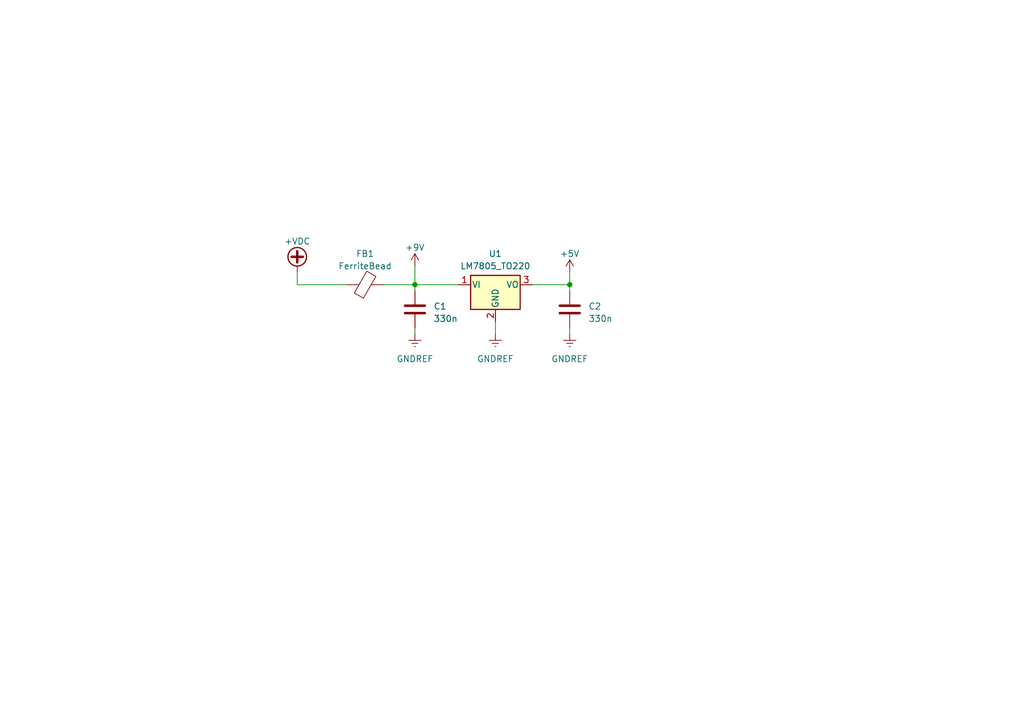
<source format=kicad_sch>
(kicad_sch (version 20230121) (generator eeschema)
  (paper "A5")
  (title_block (title "Napajanje krmilnika"))
  (lib_symbols
    (symbol "Device:C" (pin_numbers hide) (pin_names (offset 0.254))
      (property "Reference" "C" (at 0.635 2.54 0))
      (property "Value" "C" (at 0.635 -2.54 0))
      (symbol "C_0_1"
        (polyline (pts (xy -2.032 -0.762) (xy 2.032 -0.762)) (stroke (width 0.508)))
        (polyline (pts (xy -2.032 0.762) (xy 2.032 0.762)) (stroke (width 0.508)))
      )
      (symbol "C_1_1"
        (pin passive line (at 0 3.81 270) (length 2.794) (name "~") (number "1"))
        (pin passive line (at 0 -3.81 90) (length 2.794) (name "~") (number "2"))
      )
    )
    (symbol "Device:FerriteBead" (pin_numbers hide) (pin_names (offset 0))
      (property "Reference" "FB" (at -3.81 0.635 90))
      (property "Value" "FerriteBead" (at 3.81 0 90))
      (symbol "FerriteBead_0_1"
        (polyline (pts (xy 0 -1.27) (xy 0 -1.2192)))
        (polyline (pts (xy 0 1.27) (xy 0 1.2954)))
        (polyline (pts (xy -2.7686 0.4064) (xy -1.7018 2.2606) (xy 2.7686 -0.3048) (xy 1.6764 -2.159) (xy -2.7686 0.4064)))
      )
      (symbol "FerriteBead_1_1"
        (pin passive line (at 0 3.81 270) (length 2.54) (name "~") (number "1"))
        (pin passive line (at 0 -3.81 90) (length 2.54) (name "~") (number "2"))
      )
    )
    (symbol "Regulator_Linear:LM7805_TO220" (pin_names (offset 0.254))
      (property "Reference" "U" (at -3.81 3.175 0))
      (property "Value" "LM7805_TO220" (at 0 3.175 0))
      (symbol "LM7805_TO220_0_1"
        (rectangle (start -5.08 1.905) (end 5.08 -5.08) (stroke (width 0.254)) (fill (type background)))
      )
      (symbol "LM7805_TO220_1_1"
        (pin power_in line (at -7.62 0 0) (length 2.54) (name "VI") (number "1"))
        (pin power_in line (at 0 -7.62 90) (length 2.54) (name "GND") (number "2"))
        (pin power_out line (at 7.62 0 180) (length 2.54) (name "VO") (number "3"))
      )
    )
    (symbol "power:+5V" (power) (pin_names (offset 0))
      (property "Value" "+5V" (at 0 3.556 0))
      (symbol "+5V_0_1"
        (polyline (pts (xy -0.762 1.27) (xy 0 2.54)))
        (polyline (pts (xy 0 0) (xy 0 2.54)))
        (polyline (pts (xy 0 2.54) (xy 0.762 1.27)))
      )
      (symbol "+5V_1_1"
        (pin power_in line (at 0 0 90) (length 0) hide (name "+5V") (number "1"))
      )
    )
    (symbol "power:+9V" (power) (pin_names (offset 0))
      (property "Value" "+9V" (at 0 3.556 0))
      (symbol "+9V_0_1"
        (polyline (pts (xy -0.762 1.27) (xy 0 2.54)))
        (polyline (pts (xy 0 0) (xy 0 2.54)))
        (polyline (pts (xy 0 2.54) (xy 0.762 1.27)))
      )
      (symbol "+9V_1_1"
        (pin power_in line (at 0 0 90) (length 0) hide (name "+9V") (number "1"))
      )
    )
    (symbol "power:+VDC" (power) (pin_names (offset 0))
      (property "Value" "+VDC" (at 0 6.35 0))
      (symbol "+VDC_0_1"
        (polyline (pts (xy -1.143 3.175) (xy 1.143 3.175)) (stroke (width 0.508)))
        (polyline (pts (xy 0 0) (xy 0 1.27)))
        (polyline (pts (xy 0 2.032) (xy 0 4.318)) (stroke (width 0.508)))
        (circle (center 0 3.175) (radius 1.905) (stroke (width 0.254)))
      )
      (symbol "+VDC_1_1"
        (pin power_in line (at 0 0 90) (length 0) hide (name "+VDC") (number "1"))
      )
    )
    (symbol "power:GNDREF" (power) (pin_names (offset 0))
      (property "Value" "GNDREF" (at 0 -3.81 0))
      (symbol "GNDREF_0_1"
        (polyline (pts (xy -0.635 -1.905) (xy 0.635 -1.905)))
        (polyline (pts (xy -0.127 -2.54) (xy 0.127 -2.54)))
        (polyline (pts (xy 0 -1.27) (xy 0 0)))
        (polyline (pts (xy 1.27 -1.27) (xy -1.27 -1.27)))
      )
      (symbol "GNDREF_1_1"
        (pin power_in line (at 0 0 270) (length 0) hide (name "GNDREF") (number "1"))
      )
    )
  )
  (junction (at 116.84 58.42))
  (junction (at 85.09 58.42))
  (wire (pts (xy 109.22 58.42) (xy 116.84 58.42)))
  (wire (pts (xy 60.96 58.42) (xy 71.12 58.42)))
  (wire (pts (xy 85.09 58.42) (xy 93.98 58.42)))
  (wire (pts (xy 85.09 67.31) (xy 85.09 68.58)))
  (wire (pts (xy 116.84 67.31) (xy 116.84 68.58)))
  (wire (pts (xy 116.84 55.88) (xy 116.84 58.42)))
  (wire (pts (xy 60.96 55.88) (xy 60.96 58.42)))
  (wire (pts (xy 78.74 58.42) (xy 85.09 58.42)))
  (wire (pts (xy 85.09 59.69) (xy 85.09 58.42)))
  (wire (pts (xy 116.84 58.42) (xy 116.84 59.69)))
  (wire (pts (xy 101.6 66.04) (xy 101.6 68.58)))
  (wire (pts (xy 85.09 54.61) (xy 85.09 58.42)))
  (symbol (lib_id "power:+VDC") (at 60.96 55.88 0) (unit 1)
    (property "Reference" "#PWR07" (effects hide))
    (property "Value" "+VDC" (at 60.96 49.53 0))
    (instances (project "pcb_design" (path "" (reference "#PWR07") (unit 1)) (path "" (reference "#PWR02") (unit 1))))
  )
  (symbol (lib_id "Device:C") (at 116.84 63.5 0) (unit 1)
    (property "Reference" "C2" (at 120.65 62.865 0) (effects (justify left)))
    (property "Value" "330n" (at 120.65 65.405 0) (effects (justify left)))
    (property "Footprint" "Capacitor_SMD:C_1206_3216Metric" (effects hide))
  )
  (symbol (lib_id "power:GNDREF") (at 101.6 68.58 0) (unit 1)
    (property "Reference" "#PWR02" (effects hide))
    (property "Value" "GNDREF" (at 101.6 73.66 0))
    (instances (project "pcb_design" (path "" (reference "#PWR02") (unit 1)) (path "" (reference "#PWR06") (unit 1))))
  )
  (symbol (lib_id "power:GNDREF") (at 85.09 68.58 0) (unit 1)
    (property "Reference" "#PWR03" (effects hide))
    (property "Value" "GNDREF" (at 85.09 73.66 0))
    (instances (project "pcb_design" (path "" (reference "#PWR03") (unit 1)) (path "" (reference "#PWR05") (unit 1))))
  )
  (symbol (lib_id "Device:FerriteBead") (at 74.93 58.42 90) (unit 1)
    (property "Reference" "FB1" (at 74.8792 52.07 90))
    (property "Value" "FerriteBead" (at 74.8792 54.61 90))
    (property "Footprint" "Inductor_SMD:L_1210_3225Metric" (effects hide))
  )
  (symbol (lib_id "power:GNDREF") (at 116.84 68.58 0) (unit 1)
    (property "Reference" "#PWR04" (effects hide))
    (property "Value" "GNDREF" (at 116.84 73.66 0))
    (instances (project "pcb_design" (path "" (reference "#PWR04") (unit 1)) (path "" (reference "#PWR07") (unit 1))))
  )
  (symbol (lib_id "power:+5V") (at 116.84 55.88 0) (unit 1)
    (property "Reference" "#PWR05" (effects hide))
    (property "Value" "+5V" (at 116.84 52.07 0))
    (instances (project "pcb_design" (path "" (reference "#PWR05") (unit 1)) (path "" (reference "#PWR03") (unit 1))))
  )
  (symbol (lib_id "Device:C") (at 85.09 63.5 0) (unit 1)
    (property "Reference" "C1" (at 88.9 62.865 0) (effects (justify left)))
    (property "Value" "330n" (at 88.9 65.405 0) (effects (justify left)))
    (property "Footprint" "Capacitor_SMD:C_1206_3216Metric" (effects hide))
  )
  (symbol (lib_id "power:+9V") (at 85.09 54.61 0) (unit 1)
    (property "Reference" "#PWR06" (effects hide))
    (property "Value" "+9V" (at 85.09 50.8 0))
    (instances (project "pcb_design" (path "" (reference "#PWR06") (unit 1)) (path "" (reference "#PWR01") (unit 1))))
  )
  (symbol (lib_id "Regulator_Linear:LM7805_TO220") (at 101.6 58.42 0) (unit 1)
    (property "Reference" "U1" (at 101.6 52.07 0))
    (property "Value" "LM7805_TO220" (at 101.6 54.61 0))
    (property "Footprint" "Package_TO_SOT_THT:TO-220-3_Vertical" (effects hide))
    (property "Datasheet" "https://www.onsemi.cn/PowerSolutions/document/MC7800-D.PDF" (effects hide))
  )
)
</source>
